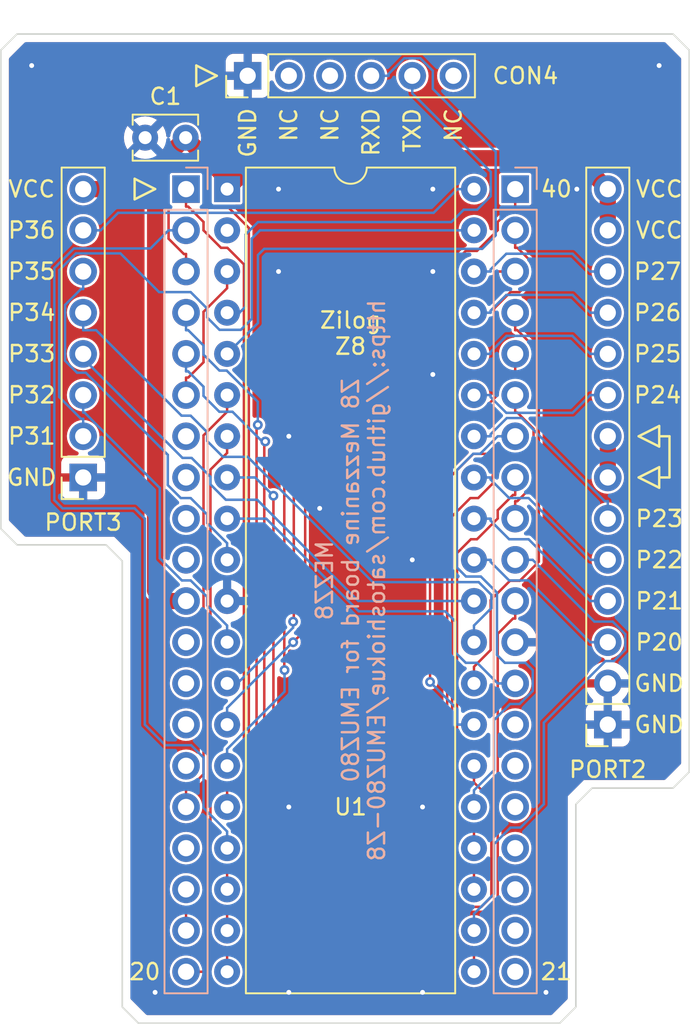
<source format=kicad_pcb>
(kicad_pcb (version 20211014) (generator pcbnew)
  (title_block (title "EMU68008") (date "2022-08-09") (rev "A"))
  (layers (0 "F.Cu" signal) (31 "B.Cu" signal) (34 "B.Paste" user) (35 "F.Paste" user) (36 "B.SilkS" user "B.Silkscreen") (37 "F.SilkS" user "F.Silkscreen") (38 "B.Mask" user) (39 "F.Mask" user) (44 "Edge.Cuts" user))
  (net 0 "")
  (net 1 "GND")
  (net 2 "VCC")
  (net 3 "A11")
  (net 4 "A12")
  (net 5 "A13")
  (net 6 "A14")
  (net 7 "A15")
  (net 9 "~{RESET}")
  (net 10 "R{slash}~{W}")
  (net 11 "~{DS}")
  (net 12 "~{AS}")
  (net 13 "Net-(IC1-Pad10)")
  (net 14 "Net-(IC1-Pad12)")
  (net 15 "Net-(IC1-Pad29)")
  (net 16 "A10")
  (net 17 "A9")
  (net 18 "A8")
  (net 19 "A7")
  (net 20 "A6")
  (net 21 "A5")
  (net 22 "A4")
  (net 23 "A3")
  (net 24 "A2")
  (net 25 "A1")
  (net 26 "A0")
  (net 27 "Net-(IC1-Pad30)")
  (net 31 "Net-(IC1-Pad31)")
  (net 32 "Net-(IC1-Pad32)")
  (net 33 "Net-(IC1-Pad33)")
  (net 34 "Net-(IC1-Pad34)")
  (net 35 "CLK")
  (net 40 "RXD")
  (net 41 "TXD")
  (net 43 "Net-(IC1-Pad35)")
  (net 44 "Net-(IC1-Pad36)")
  (net 45 "Net-(IC1-Pad37)")
  (net 46 "Net-(IC1-Pad38)")
  (net 47 "Net-(IC1-Pad39)")
  (net 48 "Net-(IC1-Pad40)")
  (net 61 "Net-(J4-Pad7)")
  (footprint "Connector_PinSocket_2.54mm:PinSocket_1x14_P2.54mm_Vertical" (layer "F.Cu") (at 137.47 131.585 180)
    (fp_text reference "PORT2")
    (fp_text value "Conn_01x14")
  )
  (footprint "Connector_PinHeader_2.54mm:PinHeader_1x06_P2.54mm_Vertical" (layer "F.Cu") (at 115.24 91.575 90)
    (fp_text reference "CON4")
    (fp_text value "Conn_01x06")
  )
  (footprint "Capacitor_THT:C_Disc_D3.8mm_W2.6mm_P2.50mm" (layer "F.Cu") (at 111.41 95.39 180)
    (fp_text reference "C1")
    (fp_text value "0.1uF")
  )
  (footprint "Package_DIP:DIP-40_W15.24mm" (layer "F.Cu") (at 113.97 98.565)
    (fp_text reference "U1")
    (fp_text value "Z86C91-40-DIP")
  )
  (footprint "Connector_PinSocket_2.54mm:PinSocket_1x08_P2.54mm_Vertical" (layer "F.Cu") (at 105.085 116.345 180)
    (fp_text reference "PORT3")
    (fp_text value "Conn_01x08")
  )
  (footprint "Connector_PinHeader_2.54mm:PinHeader_1x20_P2.54mm_Vertical" (layer "B.Cu") (at 111.435 98.565 180)
    (fp_text reference "J1" hide)
    (fp_text value "Conn_01x20")
  )
  (footprint "Connector_PinHeader_2.54mm:PinHeader_1x20_P2.54mm_Vertical" (layer "B.Cu") (at 131.755 98.565 180)
    (fp_text reference "J2" hide)
    (fp_text value "Conn_01x20")
  )
  (gr_line (start 139.375 113.805) (end 140.645 113.17) (layer "F.SilkS") (width 0.15))
  (gr_line (start 140.645 113.17) (end 140.645 114.44) (layer "F.SilkS") (width 0.15))
  (gr_line (start 140.645 114.44) (end 139.375 113.805) (layer "F.SilkS") (width 0.15))
  (gr_line (start 112.065 92.21) (end 113.335 91.575) (layer "F.SilkS") (width 0.15))
  (gr_line (start 140.645 113.805) (end 141.28 113.805) (layer "F.SilkS") (width 0.15))
  (gr_line (start 141.28 113.805) (end 141.28 116.345) (layer "F.SilkS") (width 0.15))
  (gr_line (start 108.26 99.195) (end 109.53 98.56) (layer "F.SilkS") (width 0.15))
  (gr_line (start 112.065 90.94) (end 112.065 92.21) (layer "F.SilkS") (width 0.15))
  (gr_line (start 108.26 97.925) (end 108.26 99.195) (layer "F.SilkS") (width 0.15))
  (gr_line (start 140.645 116.98) (end 139.375 116.345) (layer "F.SilkS") (width 0.15))
  (gr_line (start 140.645 115.71) (end 140.645 116.98) (layer "F.SilkS") (width 0.15))
  (gr_line (start 113.335 91.575) (end 112.065 90.94) (layer "F.SilkS") (width 0.15))
  (gr_line (start 139.375 116.345) (end 140.645 115.71) (layer "F.SilkS") (width 0.15))
  (gr_line (start 109.53 98.56) (end 108.26 97.925) (layer "F.SilkS") (width 0.15))
  (gr_line (start 141.28 116.345) (end 140.645 116.345) (layer "F.SilkS") (width 0.15))
  (gr_poly (pts (xy 142.5 90) (xy 142.5 134.5) (xy 141.5 135.5) (xy 136.5 135.5) (xy 135.5 136.5) (xy 135.5 149) (xy 134.5 150) (xy 108.5 150) (xy 107.5 149) (xy 107.5 121.5) (xy 106.5 120.5) (xy 101 120.5) (xy 100 119.5) (xy 100 90) (xy 101 89) (xy 141.5 89)) (layer "Edge.Cuts") (width 0.1) (fill none))
  (gr_text "MEZZ8\nZ8 Mezzanine board for EMUZ80\nhttps://github.com/satoshiokue/EMUZ80-Z8" (at 121.595 122.695 90) (layer "B.SilkS") (effects (font (size 1 1)) (justify mirror)))
  (gr_text "P24" (at 140.545 111.265) (layer "F.SilkS") (effects (font (size 1 1))))
  (gr_text "NC" (at 117.785 93.48 90) (layer "F.SilkS") (effects (font (size 1 1)) (justify right)))
  (gr_text "21" (at 134.29 146.825) (layer "F.SilkS") (effects (font (size 1 1))))
  (gr_text "VCC" (at 140.645 101.105) (layer "F.SilkS") (effects (font (size 1 1))))
  (gr_text "P27" (at 140.545 103.645) (layer "F.SilkS") (effects (font (size 1 1))))
  (gr_text "GND" (at 140.645 131.585) (layer "F.SilkS") (effects (font (size 1 1))))
  (gr_text "TXD" (at 125.4 93.48 90) (layer "F.SilkS") (effects (font (size 1 1)) (justify right)))
  (gr_text "NC" (at 120.325 93.48 90) (layer "F.SilkS") (effects (font (size 1 1)) (justify right)))
  (gr_text "20" (at 108.89 146.825) (layer "F.SilkS") (effects (font (size 1 1))))
  (gr_text "GND" (at 115.245 93.47 90) (layer "F.SilkS") (effects (font (size 1 1)) (justify right)))
  (gr_text "NC" (at 127.94 93.485 90) (layer "F.SilkS") (effects (font (size 1 1)) (justify right)))
  (gr_text "VCC" (at 140.645 98.565) (layer "F.SilkS") (effects (font (size 1 1))))
  (gr_text "40" (at 134.295 98.56) (layer "F.SilkS") (effects (font (size 1 1))))
  (gr_text "P26" (at 140.545 106.185) (layer "F.SilkS") (effects (font (size 1 1))))
  (gr_text "P31" (at 101.91 113.8) (layer "F.SilkS") (effects (font (size 1 1))))
  (gr_text "P23" (at 140.645 118.885) (layer "F.SilkS") (effects (font (size 1 1))))
  (gr_text "P33" (at 101.91 108.72) (layer "F.SilkS") (effects (font (size 1 1))))
  (gr_text "VCC" (at 101.91 98.565) (layer "F.SilkS") (effects (font (size 1 1))))
  (gr_text "P34" (at 101.91 106.18) (layer "F.SilkS") (effects (font (size 1 1))))
  (gr_text "Zilog\nZ8" (at 121.59 107.455) (layer "F.SilkS") (effects (font (size 1 1))))
  (gr_text "GND" (at 140.645 129.045) (layer "F.SilkS") (effects (font (size 1 1))))
  (gr_text "P22" (at 140.645 121.425) (layer "F.SilkS") (effects (font (size 1 1))))
  (gr_text "P36" (at 101.91 101.1) (layer "F.SilkS") (effects (font (size 1 1))))
  (gr_text "P35" (at 101.91 103.64) (layer "F.SilkS") (effects (font (size 1 1))))
  (gr_text "P25" (at 140.545 108.725) (layer "F.SilkS") (effects (font (size 1 1))))
  (gr_text "GND" (at 101.91 116.345) (layer "F.SilkS") (effects (font (size 1 1))))
  (gr_text "P32" (at 101.91 111.26) (layer "F.SilkS") (effects (font (size 1 1))))
  (gr_text "P20" (at 140.645 126.505) (layer "F.SilkS") (effects (font (size 1 1))))
  (gr_text "P21" (at 140.645 123.965) (layer "F.SilkS") (effects (font (size 1 1))))
  (gr_text "RXD" (at 122.86 93.48 90) (layer "F.SilkS") (effects (font (size 1 1)) (justify right)))
  (via (at 119.685 118.25) (size 0.605) (drill 0.3) (layers "F.Cu" "B.Cu") (net 1))
  (via (at 125.4 121.425) (size 0.605) (drill 0.3) (layers "F.Cu" "B.Cu") (net 1))
  (via (at 126.67 103.645) (size 0.605) (drill 0.3) (layers "F.Cu" "B.Cu") (net 1))
  (via (at 117.78 136.665) (size 0.605) (drill 0.3) (layers "F.Cu" "B.Cu") (net 1))
  (via (at 117.78 113.805) (size 0.605) (drill 0.3) (layers "F.Cu" "B.Cu") (net 1))
  (via (at 117.145 103.645) (size 0.605) (drill 0.3) (layers "F.Cu" "B.Cu") (net 1))
  (via (at 101.905 90.945) (size 0.605) (drill 0.3) (layers "F.Cu" "B.Cu") (net 1))
  (via (at 135.56 98.565) (size 0.605) (drill 0.3) (layers "F.Cu" "B.Cu") (net 1))
  (via (at 140.64 90.945) (size 0.605) (drill 0.3) (layers "F.Cu" "B.Cu") (net 1))
  (via (at 126.67 98.565) (size 0.605) (drill 0.3) (layers "F.Cu" "B.Cu") (net 1))
  (via (at 126.035 148.095) (size 0.605) (drill 0.3) (layers "F.Cu" "B.Cu") (net 1))
  (via (at 126.67 109.995) (size 0.605) (drill 0.3) (layers "F.Cu" "B.Cu") (net 1))
  (via (at 133.655 148.095) (size 0.605) (drill 0.3) (layers "F.Cu" "B.Cu") (net 1))
  (via (at 117.78 148.095) (size 0.605) (drill 0.3) (layers "F.Cu" "B.Cu") (net 1))
  (via (at 126.035 136.665) (size 0.605) (drill 0.3) (layers "F.Cu" "B.Cu") (net 1))
  (via (at 109.525 148.095) (size 0.605) (drill 0.3) (layers "F.Cu" "B.Cu") (net 1))
  (via (at 117.145 98.565) (size 0.605) (drill 0.3) (layers "F.Cu" "B.Cu") (net 1))
  (segment (start 109.525 98.565) (end 109.525 97.275) (width 1) (layer "F.Cu") (net 2))
  (segment (start 115.875 96.66) (end 135.565 96.66) (width 1) (layer "F.Cu") (net 2))
  (segment (start 111.435 123.965) (end 110.16 123.965) (width 1) (layer "F.Cu") (net 2))
  (segment (start 113.97 98.565) (end 113.97 97.95) (width 1) (layer "F.Cu") (net 2))
  (segment (start 137.47 98.565) (end 137.47 101.105) (width 1) (layer "F.Cu") (net 2))
  (segment (start 113.97 98.565) (end 115.875 96.66) (width 1) (layer "F.Cu") (net 2))
  (segment (start 113.97 97.95) (end 111.41 95.39) (width 1) (layer "F.Cu") (net 2))
  (segment (start 109.525 123.33) (end 109.525 98.565) (width 1) (layer "F.Cu") (net 2))
  (segment (start 109.525 97.275) (end 111.41 95.39) (width 1) (layer "F.Cu") (net 2))
  (segment (start 110.16 123.965) (end 109.525 123.33) (width 1) (layer "F.Cu") (net 2))
  (segment (start 135.565 96.66) (end 137.47 98.565) (width 1) (layer "F.Cu") (net 2))
  (segment (start 109.525 98.565) (end 105.085 98.565) (width 1) (layer "F.Cu") (net 2))
  (segment (start 115.0064 103.2032) (end 115.0064 134.5997) (width 0.1524) (layer "F.Cu") (net 3))
  (segment (start 113.9871 102.1839) (end 115.0064 103.2032) (width 0.1524) (layer "F.Cu") (net 3))
  (segment (start 113.5928 102.1839) (end 113.9871 102.1839) (width 0.1524) (layer "F.Cu") (net 3))
  (segment (start 111.435 98.565) (end 111.435 99.6439) (width 0.1524) (layer "F.Cu") (net 3))
  (segment (start 111.57 99.6439) (end 112.5139 100.5878) (width 0.1524) (layer "F.Cu") (net 3))
  (segment (start 111.435 99.6439) (end 111.57 99.6439) (width 0.1524) (layer "F.Cu") (net 3))
  (segment (start 115.0064 134.5997) (end 113.97 135.6361) (width 0.1524) (layer "F.Cu") (net 3))
  (segment (start 112.5139 101.105) (end 113.5928 102.1839) (width 0.1524) (layer "F.Cu") (net 3))
  (segment (start 112.5139 100.5878) (end 112.5139 101.105) (width 0.1524) (layer "F.Cu") (net 3))
  (segment (start 113.97 136.665) (end 113.97 135.6361) (width 0.1524) (layer "F.Cu") (net 3))
  (segment (start 110.16 132.855) (end 111.7496 132.855) (width 0.1524) (layer "B.Cu") (net 4))
  (segment (start 111.7496 132.855) (end 112.514 133.6194) (width 0.1524) (layer "B.Cu") (net 4))
  (segment (start 104.5148 102.2232) (end 103.3024 103.4356) (width 0.1524) (layer "B.Cu") (net 4))
  (segment (start 103.81 118.25) (end 108.255 118.25) (width 0.1524) (layer "B.Cu") (net 4))
  (segment (start 111.435 101.105) (end 110.3561 101.105) (width 0.1524) (layer "B.Cu") (net 4))
  (segment (start 109.2379 102.2232) (end 104.5148 102.2232) (width 0.1524) (layer "B.Cu") (net 4))
  (segment (start 113.97 138.1761) (end 113.97 139.205) (width 0.1524) (layer "B.Cu") (net 4))
  (segment (start 108.89 131.585) (end 110.16 132.855) (width 0.1524) (layer "B.Cu") (net 4))
  (segment (start 108.255 118.25) (end 108.89 118.885) (width 0.1524) (layer "B.Cu") (net 4))
  (segment (start 112.514 133.6194) (end 112.514 136.7201) (width 0.1524) (layer "B.Cu") (net 4))
  (segment (start 110.3561 101.105) (end 109.2379 102.2232) (width 0.1524) (layer "B.Cu") (net 4))
  (segment (start 103.3024 103.4356) (end 103.3024 117.7424) (width 0.1524) (layer "B.Cu") (net 4))
  (segment (start 108.89 118.885) (end 108.89 131.585) (width 0.1524) (layer "B.Cu") (net 4))
  (segment (start 112.514 136.7201) (end 113.97 138.1761) (width 0.1524) (layer "B.Cu") (net 4))
  (segment (start 103.3024 117.7424) (end 103.81 118.25) (width 0.1524) (layer "B.Cu") (net 4))
  (segment (start 114.0821 99.727) (end 115.3116 100.9565) (width 0.1524) (layer "F.Cu") (net 5))
  (segment (start 113.97 141.745) (end 113.97 140.7161) (width 0.1524) (layer "F.Cu") (net 5))
  (segment (start 113.1651 99.727) (end 114.0821 99.727) (width 0.1524) (layer "F.Cu") (net 5))
  (segment (start 112.755 97.766) (end 112.755 99.3169) (width 0.1524) (layer "F.Cu") (net 5))
  (segment (start 112.755 99.3169) (end 113.1651 99.727) (width 0.1524) (layer "F.Cu") (net 5))
  (segment (start 115.3116 139.3745) (end 113.97 140.7161) (width 0.1524) (layer "F.Cu") (net 5))
  (segment (start 111.3001 102.5661) (end 110.356 101.622) (width 0.1524) (layer "F.Cu") (net 5))
  (segment (start 115.3116 100.9565) (end 115.3116 139.3745) (width 0.1524) (layer "F.Cu") (net 5))
  (segment (start 111.435 102.5661) (end 111.3001 102.5661) (width 0.1524) (layer "F.Cu") (net 5))
  (segment (start 111.435 103.645) (end 111.435 102.5661) (width 0.1524) (layer "F.Cu") (net 5))
  (segment (start 110.356 101.622) (end 110.356 97.6113) (width 0.1524) (layer "F.Cu") (net 5))
  (segment (start 112.475 97.486) (end 112.755 97.766) (width 0.1524) (layer "F.Cu") (net 5))
  (segment (start 110.356 97.6113) (end 110.4813 97.486) (width 0.1524) (layer "F.Cu") (net 5))
  (segment (start 110.4813 97.486) (end 112.475 97.486) (width 0.1524) (layer "F.Cu") (net 5))
  (segment (start 115.8647 113.1036) (end 115.7882 113.1801) (width 0.1524) (layer "F.Cu") (net 6))
  (segment (start 113.97 144.285) (end 113.97 143.2561) (width 0.1524) (layer "F.Cu") (net 6))
  (segment (start 115.7882 113.1801) (end 115.7882 141.4379) (width 0.1524) (layer "F.Cu") (net 6))
  (segment (start 115.7882 141.4379) (end 113.97 143.2561) (width 0.1524) (layer "F.Cu") (net 6))
  (via (at 115.8647 113.1036) (size 0.605) (drill 0.3) (layers "F.Cu" "B.Cu") (net 6))
  (segment (start 115.8647 111.6744) (end 115.8647 113.1036) (width 0.1524) (layer "B.Cu") (net 6))
  (segment (start 112.5139 108.7694) (end 113.4985 109.754) (width 0.1524) (layer "B.Cu") (net 6))
  (segment (start 112.5139 108.2078) (end 112.5139 108.7694) (width 0.1524) (layer "B.Cu") (net 6))
  (segment (start 113.9443 109.754) (end 115.8647 111.6744) (width 0.1524) (layer "B.Cu") (net 6))
  (segment (start 111.435 106.185) (end 111.435 107.2639) (width 0.1524) (layer "B.Cu") (net 6))
  (segment (start 111.435 107.2639) (end 111.57 107.2639) (width 0.1524) (layer "B.Cu") (net 6))
  (segment (start 113.4985 109.754) (end 113.9443 109.754) (width 0.1524) (layer "B.Cu") (net 6))
  (segment (start 111.57 107.2639) (end 112.5139 108.2078) (width 0.1524) (layer "B.Cu") (net 6))
  (segment (start 116.2645 114.1884) (end 116.2645 143.5016) (width 0.1524) (layer "F.Cu") (net 7))
  (segment (start 113.97 146.825) (end 113.97 145.7961) (width 0.1524) (layer "F.Cu") (net 7))
  (segment (start 116.2645 143.5016) (end 113.97 145.7961) (width 0.1524) (layer "F.Cu") (net 7))
  (segment (start 116.3265 114.1264) (end 116.2645 114.1884) (width 0.1524) (layer "F.Cu") (net 7))
  (via (at 116.3265 114.1264) (size 0.605) (drill 0.3) (layers "F.Cu" "B.Cu") (net 7))
  (segment (start 111.435 108.725) (end 111.435 109.8039) (width 0.1524) (layer "B.Cu") (net 7))
  (segment (start 113.4909 112.294) (end 114.3036 112.294) (width 0.1524) (layer "B.Cu") (net 7))
  (segment (start 116.3265 114.1263) (end 116.3265 114.1264) (width 0.1524) (layer "B.Cu") (net 7))
  (segment (start 114.3036 112.294) (end 116.1359 114.1263) (width 0.1524) (layer "B.Cu") (net 7))
  (segment (start 116.1359 114.1263) (end 116.3265 114.1263) (width 0.1524) (layer "B.Cu") (net 7))
  (segment (start 111.435 109.8039) (end 111.57 109.8039) (width 0.1524) (layer "B.Cu") (net 7))
  (segment (start 112.5139 110.7478) (end 112.5139 111.317) (width 0.1524) (layer "B.Cu") (net 7))
  (segment (start 111.57 109.8039) (end 112.5139 110.7478) (width 0.1524) (layer "B.Cu") (net 7))
  (segment (start 112.5139 111.317) (end 113.4909 112.294) (width 0.1524) (layer "B.Cu") (net 7))
  (segment (start 113.97 111.265) (end 113.97 112.2939) (width 0.1524) (layer "F.Cu") (net 9))
  (segment (start 111.57 135.5861) (end 112.5139 134.6422) (width 0.1524) (layer "F.Cu") (net 9))
  (segment (start 111.435 135.5861) (end 111.57 135.5861) (width 0.1524) (layer "F.Cu") (net 9))
  (segment (start 112.5139 134.6422) (end 112.5139 113.75) (width 0.1524) (layer "F.Cu") (net 9))
  (segment (start 111.435 136.665) (end 111.435 135.5861) (width 0.1524) (layer "F.Cu") (net 9))
  (segment (start 112.5139 113.75) (end 113.97 112.2939) (width 0.1524) (layer "F.Cu") (net 9))
  (segment (start 112.9411 115.8628) (end 112.9411 141.8118) (width 0.1524) (layer "F.Cu") (net 10))
  (segment (start 111.435 144.285) (end 111.435 143.2061) (width 0.1524) (layer "F.Cu") (net 10))
  (segment (start 113.97 113.805) (end 113.97 114.8339) (width 0.1524) (layer "F.Cu") (net 10))
  (segment (start 111.5468 143.2061) (end 111.435 143.2061) (width 0.1524) (layer "F.Cu") (net 10))
  (segment (start 112.9411 141.8118) (end 111.5468 143.2061) (width 0.1524) (layer "F.Cu") (net 10))
  (segment (start 113.97 114.8339) (end 112.9411 115.8628) (width 0.1524) (layer "F.Cu") (net 10))
  (segment (start 113.5665 147.8776) (end 114.4478 147.8776) (width 0.1524) (layer "F.Cu") (net 11))
  (segment (start 114.4478 147.8776) (end 116.8296 145.4958) (width 0.1524) (layer "F.Cu") (net 11))
  (segment (start 111.435 146.825) (end 112.5139 146.825) (width 0.1524) (layer "F.Cu") (net 11))
  (segment (start 116.8296 145.4958) (end 116.8296 117.4719) (width 0.1524) (layer "F.Cu") (net 11))
  (segment (start 112.5139 146.825) (end 113.5665 147.8776) (width 0.1524) (layer "F.Cu") (net 11))
  (via (at 116.8296 117.4719) (size 0.605) (drill 0.3) (layers "F.Cu" "B.Cu") (net 11))
  (segment (start 115.7027 116.345) (end 114.9989 116.345) (width 0.1524) (layer "B.Cu") (net 11))
  (segment (start 116.8296 117.4719) (end 115.7027 116.345) (width 0.1524) (layer "B.Cu") (net 11))
  (segment (start 113.97 116.345) (end 114.9989 116.345) (width 0.1524) (layer "B.Cu") (net 11))
  (segment (start 128.702 127.775) (end 129.4061 127.775) (width 0.1524) (layer "B.Cu") (net 12))
  (segment (start 128.067 125.235) (end 128.067 127.14) (width 0.1524) (layer "B.Cu") (net 12))
  (segment (start 130.6761 129.045) (end 131.755 129.045) (width 0.1524) (layer "B.Cu") (net 12))
  (segment (start 122.098 124.6) (end 127.432 124.6) (width 0.1524) (layer "B.Cu") (net 12))
  (segment (start 127.432 124.6) (end 128.067 125.235) (width 0.1524) (layer "B.Cu") (net 12))
  (segment (start 116.383 118.885) (end 122.098 124.6) (width 0.1524) (layer "B.Cu") (net 12))
  (segment (start 113.97 118.885) (end 116.383 118.885) (width 0.1524) (layer "B.Cu") (net 12))
  (segment (start 129.4061 127.775) (end 130.6761 129.045) (width 0.1524) (layer "B.Cu") (net 12))
  (segment (start 128.067 127.14) (end 128.702 127.775) (width 0.1524) (layer "B.Cu") (net 12))
  (segment (start 112.7378 119.1639) (end 113.97 120.3961) (width 0.1524) (layer "B.Cu") (net 13))
  (segment (start 111.1094 117.615) (end 111.7207 117.615) (width 0.1524) (layer "B.Cu") (net 13))
  (segment (start 103.9646 109.1427) (end 104.7089 109.887) (width 0.1524) (layer "B.Cu") (net 13))
  (segment (start 111.7207 117.615) (end 112.7378 118.6321) (width 0.1524) (layer "B.Cu") (net 13))
  (segment (start 112.7378 118.6321) (end 112.7378 119.1639) (width 0.1524) (layer "B.Cu") (net 13))
  (segment (start 110.3082 114.9472) (end 110.3082 116.8138) (width 0.1524) (layer "B.Cu") (net 13))
  (segment (start 104.7089 109.887) (end 105.248 109.887) (width 0.1524) (layer "B.Cu") (net 13))
  (segment (start 105.085 104.7239) (end 104.9501 104.7239) (width 0.1524) (layer "B.Cu") (net 13))
  (segment (start 105.085 103.645) (end 105.085 104.7239) (width 0.1524) (layer "B.Cu") (net 13))
  (segment (start 105.248 109.887) (end 110.3082 114.9472) (width 0.1524) (layer "B.Cu") (net 13))
  (segment (start 113.97 121.425) (end 113.97 120.3961) (width 0.1524) (layer "B.Cu") (net 13))
  (segment (start 104.9501 104.7239) (end 103.9646 105.7094) (width 0.1524) (layer "B.Cu") (net 13))
  (segment (start 103.9646 105.7094) (end 103.9646 109.1427) (width 0.1524) (layer "B.Cu") (net 13))
  (segment (start 110.3082 116.8138) (end 111.1094 117.615) (width 0.1524) (layer "B.Cu") (net 13))
  (segment (start 109.812 116.9878) (end 109.812 121.3299) (width 0.1524) (layer "B.Cu") (net 14))
  (segment (start 105.085 112.3439) (end 105.1681 112.3439) (width 0.1524) (layer "B.Cu") (net 14))
  (segment (start 105.085 111.265) (end 105.085 112.3439) (width 0.1524) (layer "B.Cu") (net 14))
  (segment (start 105.1681 112.3439) (end 109.812 116.9878) (width 0.1524) (layer "B.Cu") (net 14))
  (segment (start 111.7207 122.695) (end 112.7378 123.7121) (width 0.1524) (layer "B.Cu") (net 14))
  (segment (start 111.1771 122.695) (end 111.7207 122.695) (width 0.1524) (layer "B.Cu") (net 14))
  (segment (start 112.7378 123.7121) (end 112.7378 124.2439) (width 0.1524) (layer "B.Cu") (net 14))
  (segment (start 112.7378 124.2439) (end 113.97 125.4761) (width 0.1524) (layer "B.Cu") (net 14))
  (segment (start 113.97 126.505) (end 113.97 125.4761) (width 0.1524) (layer "B.Cu") (net 14))
  (segment (start 109.812 121.3299) (end 111.1771 122.695) (width 0.1524) (layer "B.Cu") (net 14))
  (segment (start 113.7142 115.075) (end 112.7379 114.0987) (width 0.1524) (layer "B.Cu") (net 15))
  (segment (start 129.21 125.4761) (end 130.2792 124.4069) (width 0.1524) (layer "B.Cu") (net 15))
  (segment (start 122.9642 122.7992) (end 115.24 115.075) (width 0.1524) (layer "B.Cu") (net 15))
  (segment (start 129.21 126.505) (end 129.21 125.4761) (width 0.1524) (layer "B.Cu") (net 15))
  (segment (start 130.2792 124.4069) (end 130.2792 123.5775) (width 0.1524) (layer "B.Cu") (net 15))
  (segment (start 105.085 107.2639) (end 105.085 106.185) (width 0.1524) (layer "B.Cu") (net 15))
  (segment (start 111.1579 112.535) (end 105.8868 107.2639) (width 0.1524) (layer "B.Cu") (net 15))
  (segment (start 115.24 115.075) (end 113.7142 115.075) (width 0.1524) (layer "B.Cu") (net 15))
  (segment (start 130.2792 123.5775) (end 129.5009 122.7992) (width 0.1524) (layer "B.Cu") (net 15))
  (segment (start 111.7207 112.535) (end 111.1579 112.535) (width 0.1524) (layer "B.Cu") (net 15))
  (segment (start 105.8868 107.2639) (end 105.085 107.2639) (width 0.1524) (layer "B.Cu") (net 15))
  (segment (start 112.7379 113.5522) (end 111.7207 112.535) (width 0.1524) (layer "B.Cu") (net 15))
  (segment (start 129.5009 122.7992) (end 122.9642 122.7992) (width 0.1524) (layer "B.Cu") (net 15))
  (segment (start 112.7379 114.0987) (end 112.7379 113.5522) (width 0.1524) (layer "B.Cu") (net 15))
  (segment (start 117.5 128.2091) (end 117.5 115.736) (width 0.1524) (layer "F.Cu") (net 16))
  (segment (start 130.6761 101.0958) (end 130.6761 100.5878) (width 0.1524) (layer "F.Cu") (net 16))
  (segment (start 131.62 99.6439) (end 131.755 99.6439) (width 0.1524) (layer "F.Cu") (net 16))
  (segment (start 128.702 102.375) (end 129.3969 102.375) (width 0.1524) (layer "F.Cu") (net 16))
  (segment (start 130.6761 100.5878) (end 131.62 99.6439) (width 0.1524) (layer "F.Cu") (net 16))
  (segment (start 128.067 105.169) (end 128.067 103.01) (width 0.1524) (layer "F.Cu") (net 16))
  (segment (start 117.5156 128.2247) (end 117.5 128.2091) (width 0.1524) (layer "F.Cu") (net 16))
  (segment (start 128.067 103.01) (end 128.702 102.375) (width 0.1524) (layer "F.Cu") (net 16))
  (segment (start 131.755 99.6439) (end 131.755 98.565) (width 0.1524) (layer "F.Cu") (net 16))
  (segment (start 129.3969 102.375) (end 130.6761 101.0958) (width 0.1524) (layer "F.Cu") (net 16))
  (segment (start 117.5 115.736) (end 128.067 105.169) (width 0.1524) (layer "F.Cu") (net 16))
  (via (at 117.5156 128.2247) (size 0.605) (drill 0.3) (layers "F.Cu" "B.Cu") (net 16))
  (segment (start 113.97 134.125) (end 113.97 133.0961) (width 0.1524) (layer "B.Cu") (net 16))
  (segment (start 113.97 133.0961) (end 117.5156 129.5505) (width 0.1524) (layer "B.Cu") (net 16))
  (segment (start 117.5156 129.5505) (end 117.5156 128.2247) (width 0.1524) (layer "B.Cu") (net 16))
  (segment (start 131.755 102.1839) (end 131.755 101.105) (width 0.1524) (layer "F.Cu") (net 17))
  (segment (start 118.0462 126.505) (end 118.7898 125.7614) (width 0.1524) (layer "F.Cu") (net 17))
  (segment (start 118.7898 125.7614) (end 118.7898 115.8432) (width 0.1524) (layer "F.Cu") (net 17))
  (segment (start 131.8899 102.1839) (end 131.755 102.1839) (width 0.1524) (layer "F.Cu") (net 17))
  (segment (start 132.8735 104.0626) (end 132.8735 103.1675) (width 0.1524) (layer "F.Cu") (net 17))
  (segment (start 118.7898 115.8432) (end 127.178 107.455) (width 0.1524) (layer "F.Cu") (net 17))
  (segment (start 127.178 107.455) (end 129.4678 107.455) (width 0.1524) (layer "F.Cu") (net 17))
  (segment (start 130.4472 105.9309) (end 131.4631 104.915) (width 0.1524) (layer "F.Cu") (net 17))
  (segment (start 132.8735 103.1675) (end 131.8899 102.1839) (width 0.1524) (layer "F.Cu") (net 17))
  (segment (start 132.0211 104.915) (end 132.8735 104.0626) (width 0.1524) (layer "F.Cu") (net 17))
  (segment (start 130.4472 106.4756) (end 130.4472 105.9309) (width 0.1524) (layer "F.Cu") (net 17))
  (segment (start 131.4631 104.915) (end 132.0211 104.915) (width 0.1524) (layer "F.Cu") (net 17))
  (segment (start 129.4678 107.455) (end 130.4472 106.4756) (width 0.1524) (layer "F.Cu") (net 17))
  (via (at 118.0462 126.505) (size 0.605) (drill 0.3) (layers "F.Cu" "B.Cu") (net 17))
  (segment (start 118.0462 126.505) (end 118.0211 126.505) (width 0.1524) (layer "B.Cu") (net 17))
  (segment (start 118.0211 126.505) (end 113.97 130.5561) (width 0.1524) (layer "B.Cu") (net 17))
  (segment (start 113.97 130.5561) (end 113.97 131.585) (width 0.1524) (layer "B.Cu") (net 17))
  (segment (start 118.0866 125.1946) (end 118.0866 115.8413) (width 0.1524) (layer "F.Cu") (net 18))
  (segment (start 130.6761 103.645) (end 131.755 103.645) (width 0.1524) (layer "F.Cu") (net 18))
  (segment (start 118.0866 115.8413) (end 129.204 104.7239) (width 0.1524) (layer "F.Cu") (net 18))
  (segment (start 129.5972 104.7239) (end 130.6761 103.645) (width 0.1524) (layer "F.Cu") (net 18))
  (segment (start 118.0462 125.235) (end 118.0866 125.1946) (width 0.1524) (layer "F.Cu") (net 18))
  (segment (start 129.204 104.7239) (end 129.5972 104.7239) (width 0.1524) (layer "F.Cu") (net 18))
  (via (at 118.0462 125.235) (size 0.605) (drill 0.3) (layers "F.Cu" "B.Cu") (net 18))
  (segment (start 114.605 129.045) (end 113.97 129.045) (width 0.1524) (layer "B.Cu") (net 18))
  (segment (start 118.0462 125.6038) (end 114.605 129.045) (width 0.1524) (layer "B.Cu") (net 18))
  (segment (start 118.0462 125.235) (end 118.0462 125.6038) (width 0.1524) (layer "B.Cu") (net 18))
  (segment (start 132.0391 122.716) (end 131.4311 122.716) (width 0.1524) (layer "F.Cu") (net 19))
  (segment (start 130.2389 126.9872) (end 129.21 128.0161) (width 0.1524) (layer "F.Cu") (net 19))
  (segment (start 129.21 129.045) (end 129.21 128.0161) (width 0.1524) (layer "F.Cu") (net 19))
  (segment (start 131.755 107.2639) (end 131.8899 107.2639) (width 0.1524) (layer "F.Cu") (net 19))
  (segment (start 131.4311 122.716) (end 130.2389 123.9082) (width 0.1524) (layer "F.Cu") (net 19))
  (segment (start 130.2389 123.9082) (end 130.2389 126.9872) (width 0.1524) (layer "F.Cu") (net 19))
  (segment (start 131.8899 107.2639) (end 133.2156 108.5896) (width 0.1524) (layer "F.Cu") (net 19))
  (segment (start 131.755 106.185) (end 131.755 107.2639) (width 0.1524) (layer "F.Cu") (net 19))
  (segment (start 133.2156 108.5896) (end 133.2156 121.5395) (width 0.1524) (layer "F.Cu") (net 19))
  (segment (start 133.2156 121.5395) (end 132.0391 122.716) (width 0.1524) (layer "F.Cu") (net 19))
  (segment (start 130.6761 111.2558) (end 129.3969 112.535) (width 0.1524) (layer "F.Cu") (net 20))
  (segment (start 131.755 109.8039) (end 131.62 109.8039) (width 0.1524) (layer "F.Cu") (net 20))
  (segment (start 131.755 108.725) (end 131.755 109.8039) (width 0.1524) (layer "F.Cu") (net 20))
  (segment (start 126.4994 115.0524) (end 126.4994 128.9544) (width 0.1524) (layer "F.Cu") (net 20))
  (segment (start 131.62 109.8039) (end 130.6761 110.7478) (width 0.1524) (layer "F.Cu") (net 20))
  (segment (start 130.6761 110.7478) (end 130.6761 111.2558) (width 0.1524) (layer "F.Cu") (net 20))
  (segment (start 129.0168 112.535) (end 126.4994 115.0524) (width 0.1524) (layer "F.Cu") (net 20))
  (segment (start 129.3969 112.535) (end 129.0168 112.535) (width 0.1524) (layer "F.Cu") (net 20))
  (via (at 126.4994 128.9544) (size 0.605) (drill 0.3) (layers "F.Cu" "B.Cu") (net 20))
  (segment (start 129.21 131.585) (end 128.1811 131.585) (width 0.1524) (layer "B.Cu") (net 20))
  (segment (start 128.1811 130.6361) (end 128.1811 131.585) (width 0.1524) (layer "B.Cu") (net 20))
  (segment (start 126.4994 128.9544) (end 128.1811 130.6361) (width 0.1524) (layer "B.Cu") (net 20))
  (segment (start 132.2343 114.889) (end 129.1719 114.889) (width 0.1524) (layer "F.Cu") (net 21))
  (segment (start 131.8899 112.3439) (end 132.8891 113.3431) (width 0.1524) (layer "F.Cu") (net 21))
  (segment (start 131.755 111.265) (end 131.755 112.3439) (width 0.1524) (layer "F.Cu") (net 21))
  (segment (start 132.8891 114.2342) (end 132.2343 114.889) (width 0.1524) (layer "F.Cu") (net 21))
  (segment (start 129.1719 114.889) (end 127.5547 116.5062) (width 0.1524) (layer "F.Cu") (net 21))
  (segment (start 130.2823 136.2262) (end 129.21 135.1539) (width 0.1524) (layer "F.Cu") (net 21))
  (segment (start 127.5547 141.5614) (end 128.816 142.8227) (width 0.1524) (layer "F.Cu") (net 21))
  (segment (start 130.2823 142.2026) (end 130.2823 136.2262) (width 0.1524) (layer "F.Cu") (net 21))
  (segment (start 132.8891 113.3431) (end 132.8891 114.2342) (width 0.1524) (layer "F.Cu") (net 21))
  (segment (start 131.755 112.3439) (end 131.8899 112.3439) (width 0.1524) (layer "F.Cu") (net 21))
  (segment (start 127.5547 116.5062) (end 127.5547 141.5614) (width 0.1524) (layer "F.Cu") (net 21))
  (segment (start 129.6622 142.8227) (end 130.2823 142.2026) (width 0.1524) (layer "F.Cu") (net 21))
  (segment (start 129.21 134.125) (end 129.21 135.1539) (width 0.1524) (layer "F.Cu") (net 21))
  (segment (start 128.816 142.8227) (end 129.6622 142.8227) (width 0.1524) (layer "F.Cu") (net 21))
  (segment (start 131.4358 130.315) (end 130.4472 131.3036) (width 0.1524) (layer "B.Cu") (net 22))
  (segment (start 128.1555 121.8942) (end 128.7153 122.454) (width 0.1524) (layer "B.Cu") (net 22))
  (segment (start 128.7153 122.454) (end 129.6348 122.454) (width 0.1524) (layer "B.Cu") (net 22))
  (segment (start 131.755 113.805) (end 130.6761 113.805) (width 0.1524) (layer "B.Cu") (net 22))
  (segment (start 130.6302 127.2902) (end 131.115 127.775) (width 0.1524) (layer "B.Cu") (net 22))
  (segment (start 128.1555 115.8925) (end 128.1555 121.8942) (width 0.1524) (layer "B.Cu") (net 22))
  (segment (start 132.8407 129.5011) (end 132.0268 130.315) (width 0.1524) (layer "B.Cu") (net 22))
  (segment (start 130.6761 113.805) (end 129.5972 114.8839) (width 0.1524) (layer "B.Cu") (net 22))
  (segment (start 130.6302 123.4494) (end 130.6302 127.2902) (width 0.1524) (layer "B.Cu") (net 22))
  (segment (start 132.385 127.775) (end 132.8407 128.2307) (width 0.1524) (layer "B.Cu") (net 22))
  (segment (start 132.8407 128.2307) (end 132.8407 129.5011) (width 0.1524) (layer "B.Cu") (net 22))
  (segment (start 129.21 135.6361) (end 129.21 136.665) (width 0.1524) (layer "B.Cu") (net 22))
  (segment (start 129.6348 122.454) (end 130.6302 123.4494) (width 0.1524) (layer "B.Cu") (net 22))
  (segment (start 129.5972 114.8839) (end 129.1641 114.8839) (width 0.1524) (layer "B.Cu") (net 22))
  (segment (start 132.0268 130.315) (end 131.4358 130.315) (width 0.1524) (layer "B.Cu") (net 22))
  (segment (start 129.1641 114.8839) (end 128.1555 115.8925) (width 0.1524) (layer "B.Cu") (net 22))
  (segment (start 131.115 127.775) (end 132.385 127.775) (width 0.1524) (layer "B.Cu") (net 22))
  (segment (start 130.4472 131.3036) (end 130.4472 134.3989) (width 0.1524) (layer "B.Cu") (net 22))
  (segment (start 130.4472 134.3989) (end 129.21 135.6361) (width 0.1524) (layer "B.Cu") (net 22))
  (segment (start 131.755 116.345) (end 131.755 117.4239) (width 0.1524) (layer "F.Cu") (net 23))
  (segment (start 130.6761 118.3678) (end 130.6761 118.8758) (width 0.1524) (layer "F.Cu") (net 23))
  (segment (start 129.3969 120.155) (end 129.0168 120.155) (width 0.1524) (layer "F.Cu") (net 23))
  (segment (start 128.1651 121.0067) (end 128.1651 137.1312) (width 0.1524) (layer "F.Cu") (net 23))
  (segment (start 128.1651 137.1312) (end 129.21 138.1761) (width 0.1524) (layer "F.Cu") (net 23))
  (segment (start 129.21 139.205) (end 129.21 138.1761) (width 0.1524) (layer "F.Cu") (net 23))
  (segment (start 130.6761 118.8758) (end 129.3969 120.155) (width 0.1524) (layer "F.Cu") (net 23))
  (segment (start 129.0168 120.155) (end 128.1651 121.0067) (width 0.1524) (layer "F.Cu") (net 23))
  (segment (start 131.755 117.4239) (end 131.62 117.4239) (width 0.1524) (layer "F.Cu") (net 23))
  (segment (start 131.62 117.4239) (end 130.6761 118.3678) (width 0.1524) (layer "F.Cu") (net 23))
  (segment (start 129.21 141.745) (end 129.21 140.7161) (width 0.1524) (layer "F.Cu") (net 24))
  (segment (start 129.4698 117.615) (end 128.9864 117.615) (width 0.1524) (layer "F.Cu") (net 24))
  (segment (start 130.3709 116.7139) (end 129.4698 117.615) (width 0.1524) (layer "F.Cu") (net 24))
  (segment (start 130.3709 116.1998) (end 130.3709 116.7139) (width 0.1524) (layer "F.Cu") (net 24))
  (segment (start 127.8599 139.366) (end 129.21 140.7161) (width 0.1524) (layer "F.Cu") (net 24))
  (segment (start 132.87 115.9116) (end 132.1903 115.2319) (width 0.1524) (layer "F.Cu") (net 24))
  (segment (start 131.3388 115.2319) (end 130.3709 116.1998) (width 0.1524) (layer "F.Cu") (net 24))
  (segment (start 131.755 117.8061) (end 131.8899 117.8061) (width 0.1524) (layer "F.Cu") (net 24))
  (segment (start 127.8599 118.7415) (end 127.8599 139.366) (width 0.1524) (layer "F.Cu") (net 24))
  (segment (start 131.755 118.885) (end 131.755 117.8061) (width 0.1524) (layer "F.Cu") (net 24))
  (segment (start 132.87 116.826) (end 132.87 115.9116) (width 0.1524) (layer "F.Cu") (net 24))
  (segment (start 131.8899 117.8061) (end 132.87 116.826) (width 0.1524) (layer "F.Cu") (net 24))
  (segment (start 132.1903 115.2319) (end 131.3388 115.2319) (width 0.1524) (layer "F.Cu") (net 24))
  (segment (start 128.9864 117.615) (end 127.8599 118.7415) (width 0.1524) (layer "F.Cu") (net 24))
  (segment (start 137.8493 127.667) (end 137.322 127.667) (width 0.1524) (layer "B.Cu") (net 25))
  (segment (start 132.0771 137.935) (end 131.4641 137.935) (width 0.1524) (layer "B.Cu") (net 25))
  (segment (start 131.755 121.425) (end 132.8339 121.425) (width 0.1524) (layer "B.Cu") (net 25))
  (segment (start 132.8339 121.425) (end 136.6439 125.235) (width 0.1524) (layer "B.Cu") (net 25))
  (segment (start 133.5231 136.489) (end 132.0771 137.935) (width 0.1524) (layer "B.Cu") (net 25))
  (segment (start 130.4471 138.952) (end 130.4471 142.019) (width 0.1524) (layer "B.Cu") (net 25))
  (segment (start 136.6439 125.235) (end 137.7737 125.235) (width 0.1524) (layer "B.Cu") (net 25))
  (segment (start 137.322 127.667) (end 133.5231 131.4659) (width 0.1524) (layer "B.Cu") (net 25))
  (segment (start 138.549 126.9673) (end 137.8493 127.667) (width 0.1524) (layer "B.Cu") (net 25))
  (segment (start 138.549 126.0103) (end 138.549 126.9673) (width 0.1524) (layer "B.Cu") (net 25))
  (segment (start 129.21 144.285) (end 129.21 143.2561) (width 0.1524) (layer "B.Cu") (net 25))
  (segment (start 130.4471 142.019) (end 129.21 143.2561) (width 0.1524) (layer "B.Cu") (net 25))
  (segment (start 137.7737 125.235) (end 138.549 126.0103) (width 0.1524) (layer "B.Cu") (net 25))
  (segment (start 131.4641 137.935) (end 130.4471 138.952) (width 0.1524) (layer "B.Cu") (net 25))
  (segment (start 133.5231 131.4659) (end 133.5231 136.489) (width 0.1524) (layer "B.Cu") (net 25))
  (segment (start 131.755 125.0439) (end 131.62 125.0439) (width 0.1524) (layer "F.Cu") (net 26))
  (segment (start 129.21 146.825) (end 129.21 145.7961) (width 0.1524) (layer "F.Cu") (net 26))
  (segment (start 131.755 123.965) (end 131.755 125.0439) (width 0.1524) (layer "F.Cu") (net 26))
  (segment (start 130.6761 125.9878) (end 130.6761 144.33) (width 0.1524) (layer "F.Cu") (net 26))
  (segment (start 131.62 125.0439) (end 130.6761 125.9878) (width 0.1524) (layer "F.Cu") (net 26))
  (segment (start 130.6761 144.33) (end 129.21 145.7961) (width 0.1524) (layer "F.Cu") (net 26))
  (segment (start 115.8275 117.7202) (end 122.0723 123.965) (width 0.1524) (layer "B.Cu") (net 27))
  (segment (start 112.9411 116.302) (end 112.9411 116.7712) (width 0.1524) (layer "B.Cu") (net 27))
  (segment (start 113.8901 117.7202) (end 115.8275 117.7202) (width 0.1524) (layer "B.Cu") (net 27))
  (segment (start 111.2139 115.1388) (end 111.7779 115.1388) (width 0.1524) (layer "B.Cu") (net 27))
  (segment (start 122.0723 123.965) (end 129.21 123.965) (width 0.1524) (layer "B.Cu") (net 27))
  (segment (start 105.085 109.0099) (end 111.2139 115.1388) (width 0.1524) (layer "B.Cu") (net 27))
  (segment (start 111.7779 115.1388) (end 112.9411 116.302) (width 0.1524) (layer "B.Cu") (net 27))
  (segment (start 112.9411 116.7712) (end 113.8901 117.7202) (width 0.1524) (layer "B.Cu") (net 27))
  (segment (start 105.085 108.725) (end 105.085 109.0099) (width 0.1524) (layer "B.Cu") (net 27))
  (segment (start 132.5811 122.695) (end 136.3911 126.505) (width 0.1524) (layer "B.Cu") (net 31))
  (segment (start 130.2389 121.5536) (end 131.3803 122.695) (width 0.1524) (layer "B.Cu") (net 31))
  (segment (start 137.47 126.505) (end 136.3911 126.505) (width 0.1524) (layer "B.Cu") (net 31))
  (segment (start 130.2389 121.425) (end 130.2389 121.5536) (width 0.1524) (layer "B.Cu") (net 31))
  (segment (start 129.21 121.425) (end 130.2389 121.425) (width 0.1524) (layer "B.Cu") (net 31))
  (segment (start 131.3803 122.695) (end 132.5811 122.695) (width 0.1524) (layer "B.Cu") (net 31))
  (segment (start 130.2389 118.885) (end 130.2389 119.0136) (width 0.1524) (layer "B.Cu") (net 32))
  (segment (start 137.47 123.965) (end 136.3911 123.965) (width 0.1524) (layer "B.Cu") (net 32))
  (segment (start 131.3803 120.155) (end 132.5811 120.155) (width 0.1524) (layer "B.Cu") (net 32))
  (segment (start 129.21 118.885) (end 130.2389 118.885) (width 0.1524) (layer "B.Cu") (net 32))
  (segment (start 130.2389 119.0136) (end 131.3803 120.155) (width 0.1524) (layer "B.Cu") (net 32))
  (segment (start 132.5811 120.155) (end 136.3911 123.965) (width 0.1524) (layer "B.Cu") (net 32))
  (segment (start 130.2389 116.345) (end 130.2389 116.4736) (width 0.1524) (layer "B.Cu") (net 33))
  (segment (start 131.3803 117.615) (end 132.5811 117.615) (width 0.1524) (layer "B.Cu") (net 33))
  (segment (start 129.21 116.345) (end 130.2389 116.345) (width 0.1524) (layer "B.Cu") (net 33))
  (segment (start 130.2389 116.4736) (end 131.3803 117.615) (width 0.1524) (layer "B.Cu") (net 33))
  (segment (start 137.47 121.425) (end 136.3911 121.425) (width 0.1524) (layer "B.Cu") (net 33))
  (segment (start 132.5811 117.615) (end 136.3911 121.425) (width 0.1524) (layer "B.Cu") (net 33))
  (segment (start 129.21 113.805) (end 130.2389 113.805) (width 0.1524) (layer "B.Cu") (net 34))
  (segment (start 137.47 118.885) (end 137.47 117.8061) (width 0.1524) (layer "B.Cu") (net 34))
  (segment (start 132.1587 112.6814) (end 137.2834 117.8061) (width 0.1524) (layer "B.Cu") (net 34))
  (segment (start 130.2389 113.805) (end 130.2389 113.6764) (width 0.1524) (layer "B.Cu") (net 34))
  (segment (start 137.2834 117.8061) (end 137.47 117.8061) (width 0.1524) (layer "B.Cu") (net 34))
  (segment (start 131.2339 112.6814) (end 132.1587 112.6814) (width 0.1524) (layer "B.Cu") (net 34))
  (segment (start 130.2389 113.6764) (end 131.2339 112.6814) (width 0.1524) (layer "B.Cu") (net 34))
  (segment (start 113.97 103.645) (end 113.97 104.6739) (width 0.1524) (layer "F.Cu") (net 35))
  (segment (start 111.57 110.1861) (end 112.5139 109.2422) (width 0.1524) (layer "F.Cu") (net 35))
  (segment (start 112.5139 106.13) (end 113.97 104.6739) (width 0.1524) (layer "F.Cu") (net 35))
  (segment (start 112.5139 109.2422) (end 112.5139 106.13) (width 0.1524) (layer "F.Cu") (net 35))
  (segment (start 111.435 111.265) (end 111.435 110.1861) (width 0.1524) (layer "F.Cu") (net 35))
  (segment (start 111.435 110.1861) (end 111.57 110.1861) (width 0.1524) (layer "F.Cu") (net 35))
  (segment (start 115.875 102.629) (end 115.875 106.82) (width 0.1524) (layer "B.Cu") (net 40))
  (segment (start 122.86 91.575) (end 123.9389 91.575) (width 0.1524) (layer "B.Cu") (net 40))
  (segment (start 129.718 102.248) (end 116.256 102.248) (width 0.1524) (layer "B.Cu") (net 40))
  (segment (start 130.5501 101.4159) (end 129.718 102.248) (width 0.1524) (layer "B.Cu") (net 40))
  (segment (start 123.9389 91.575) (end 123.9389 91.4632) (width 0.1524) (layer "B.Cu") (net 40))
  (segment (start 115.875 106.82) (end 113.97 108.725) (width 0.1524) (layer "B.Cu") (net 40))
  (segment (start 130.5501 96.2628) (end 130.5501 101.4159) (width 0.1524) (layer "B.Cu") (net 40))
  (segment (start 123.9389 91.4632) (end 124.9069 90.4952) (width 0.1524) (layer "B.Cu") (net 40))
  (segment (start 116.256 102.248) (end 115.875 102.629) (width 0.1524) (layer "B.Cu") (net 40))
  (segment (start 126.67 91.2675) (end 126.67 92.3827) (width 0.1524) (layer "B.Cu") (net 40))
  (segment (start 126.67 92.3827) (end 130.5501 96.2628) (width 0.1524) (layer "B.Cu") (net 40))
  (segment (start 124.9069 90.4952) (end 125.8977 90.4952) (width 0.1524) (layer "B.Cu") (net 40))
  (segment (start 125.8977 90.4952) (end 126.67 91.2675) (width 0.1524) (layer "B.Cu") (net 40))
  (segment (start 130.245 98.999) (end 129.409 99.835) (width 0.1524) (layer "B.Cu") (net 41))
  (segment (start 114.732 106.185) (end 113.97 106.185) (width 0.1524) (layer "B.Cu") (net 41))
  (segment (start 129.409 99.835) (end 128.575 99.835) (width 0.1524) (layer "B.Cu") (net 41))
  (segment (start 130.245 97.4989) (end 130.245 98.999) (width 0.1524) (layer "B.Cu") (net 41))
  (segment (start 115.113 101.359) (end 115.113 105.804) (width 0.1524) (layer "B.Cu") (net 41))
  (segment (start 125.4 91.575) (end 125.4 92.6539) (width 0.1524) (layer "B.Cu") (net 41))
  (segment (start 115.875 100.597) (end 115.113 101.359) (width 0.1524) (layer "B.Cu") (net 41))
  (segment (start 128.575 99.835) (end 127.813 100.597) (width 0.1524) (layer "B.Cu") (net 41))
  (segment (start 125.4 92.6539) (end 130.245 97.4989) (width 0.1524) (layer "B.Cu") (net 41))
  (segment (start 115.113 105.804) (end 114.732 106.185) (width 0.1524) (layer "B.Cu") (net 41))
  (segment (start 127.813 100.597) (end 115.875 100.597) (width 0.1524) (layer "B.Cu") (net 41))
  (segment (start 131.2054 112.3601) (end 135.296 112.3601) (width 0.1524) (layer "B.Cu") (net 43))
  (segment (start 135.296 112.3601) (end 136.3911 111.265) (width 0.1524) (layer "B.Cu") (net 43))
  (segment (start 130.2389 111.265) (end 130.2389 111.3936) (width 0.1524) (layer "B.Cu") (net 43))
  (segment (start 130.2389 111.3936) (end 131.2054 112.3601) (width 0.1524) (layer "B.Cu") (net 43))
  (segment (start 129.21 111.265) (end 130.2389 111.265) (width 0.1524) (layer "B.Cu") (net 43))
  (segment (start 137.47 111.265) (end 136.3911 111.265) (width 0.1524) (layer "B.Cu") (net 43))
  (segment (start 135.2798 107.6137) (end 136.3911 108.725) (width 0.1524) (layer "B.Cu") (net 44))
  (segment (start 137.47 108.725) (end 136.3911 108.725) (width 0.1524) (layer "B.Cu") (net 44))
  (segment (start 130.2389 108.5964) (end 131.2216 107.6137) (width 0.1524) (layer "B.Cu") (net 44))
  (segment (start 131.2216 107.6137) (end 135.2798 107.6137) (width 0.1524) (layer "B.Cu") (net 44))
  (segment (start 130.2389 108.725) (end 130.2389 108.5964) (width 0.1524) (layer "B.Cu") (net 44))
  (segment (start 129.21 108.725) (end 130.2389 108.725) (width 0.1524) (layer "B.Cu") (net 44))
  (segment (start 135.2953 105.0892) (end 136.3911 106.185) (width 0.1524) (layer "B.Cu") (net 45))
  (segment (start 131.2061 105.0892) (end 135.2953 105.0892) (width 0.1524) (layer "B.Cu") (net 45))
  (segment (start 137.47 106.185) (end 136.3911 106.185) (width 0.1524) (layer "B.Cu") (net 45))
  (segment (start 129.21 106.185) (end 130.2389 106.185) (width 0.1524) (layer "B.Cu") (net 45))
  (segment (start 130.2389 106.0564) (end 131.2061 105.0892) (width 0.1524) (layer "B.Cu") (net 45))
  (segment (start 130.2389 106.185) (end 130.2389 106.0564) (width 0.1524) (layer "B.Cu") (net 45))
  (segment (start 130.2389 103.5164) (end 131.2061 102.5492) (width 0.1524) (layer "B.Cu") (net 46))
  (segment (start 137.47 103.645) (end 136.3911 103.645) (width 0.1524) (layer "B.Cu") (net 46))
  (segment (start 131.2061 102.5492) (end 135.2953 102.5492) (width 0.1524) (layer "B.Cu") (net 46))
  (segment (start 130.2389 103.645) (end 130.2389 103.5164) (width 0.1524) (layer "B.Cu") (net 46))
  (segment (start 135.2953 102.5492) (end 136.3911 103.645) (width 0.1524) (layer "B.Cu") (net 46))
  (segment (start 129.21 103.645) (end 130.2389 103.645) (width 0.1524) (layer "B.Cu") (net 46))
  (segment (start 129.21 101.105) (end 116.002 101.105) (width 0.1524) (layer "B.Cu") (net 47))
  (segment (start 111.7207 104.915) (end 112.7379 105.9322) (width 0.1524) (layer "B.Cu") (net 47))
  (segment (start 105.085 112.7261) (end 104.9501 112.7261) (width 0.1524) (layer "B.Cu") (net 47))
  (segment (start 112.7379 105.9322) (end 112.7379 106.4787) (width 0.1524) (layer "B.Cu") (net 47))
  (segment (start 107.3837 102.5284) (end 109.7703 104.915) (width 0.1524) (layer "B.Cu") (net 47))
  (segment (start 103.6076 111.3836) (end 103.6076 103.5621) (width 0.1524) (layer "B.Cu") (net 47))
  (segment (start 114.8191 107.2409) (end 115.494 106.566) (width 0.1524) (layer "B.Cu") (net 47))
  (segment (start 116.002 101.105) (end 115.494 101.613) (width 0.1524) (layer "B.Cu") (net 47))
  (segment (start 109.7703 104.915) (end 111.7207 104.915) (width 0.1524) (layer "B.Cu") (net 47))
  (segment (start 104.9501 112.7261) (end 103.6076 111.3836) (width 0.1524) (layer "B.Cu") (net 47))
  (segment (start 103.6076 103.5621) (end 104.6413 102.5284) (width 0.1524) (layer "B.Cu") (net 47))
  (segment (start 113.5001 107.2409) (end 114.8191 107.2409) (width 0.1524) (layer "B.Cu") (net 47))
  (segment (start 112.7379 106.4787) (end 113.5001 107.2409) (width 0.1524) (layer "B.Cu") (net 47))
  (segment (start 115.494 101.613) (end 115.494 106.566) (width 0.1524) (layer "B.Cu") (net 47))
  (segment (start 104.6413 102.5284) (end 107.3837 102.5284) (width 0.1524) (layer "B.Cu") (net 47))
  (segment (start 105.085 113.805) (end 105.085 112.7261) (width 0.1524) (layer "B.Cu") (net 47))
  (segment (start 126.72 100.0261) (end 128.1811 98.565) (width 0.1524) (layer "B.Cu") (net 48))
  (segment (start 107.2428 100.0261) (end 126.72 100.0261) (width 0.1524) (layer "B.Cu") (net 48))
  (segment (start 129.21 98.565) (end 128.1811 98.565) (width 0.1524) (layer "B.Cu") (net 48))
  (segment (start 106.1639 101.105) (end 107.2428 100.0261) (width 0.1524) (layer "B.Cu") (net 48))
  (segment (start 105.085 101.105) (end 106.1639 101.105) (width 0.1524) (layer "B.Cu") (net 48))
  (segment (start 137.47 113.805) (end 137.47 116.345) (width 1) (layer "F.Cu") (net 61))
  (zone (net 0) (net_name "") (layer "F.Cu") (connect_pads (clearance 0)) (min_thickness 0.254)
    (keepout (tracks allowed) (vias allowed) (pads allowed) (copperpour not_allowed) (footprints allowed))
    (fill (thermal_gap 0.508) (thermal_bridge_width 0.508))
    (polygon (pts (xy 115.24 126.505) (xy 112.7 126.505) (xy 112.7 122.06) (xy 115.24 122.06)))
  )
  (zone (net 1) (net_name "GND") (layer "F.Cu") (connect_pads (clearance 0)) (min_thickness 0.254) (fill yes (thermal_gap 0.508) (thermal_bridge_width 0.508))
    (polygon (pts (xy 129.21 106.82) (xy 118.415 116.98) (xy 115.24 115.71) (xy 115.24 96.66) (xy 129.21 96.66)))
  )
  (zone (net 1) (net_name "GND") (layers F&B.Cu) (connect_pads (clearance 0)) (min_thickness 0.254) (fill yes (thermal_gap 0.508) (thermal_bridge_width 0.508))
    (polygon (pts (xy 142 90.5) (xy 142 134) (xy 141 135) (xy 136 135) (xy 135 136) (xy 135 148.5) (xy 134 149.5) (xy 109 149.5) (xy 108 148.5) (xy 108 121) (xy 107 120) (xy 101.5 120) (xy 100.5 119) (xy 100.5 90.5) (xy 101.5 89.5) (xy 141 89.5)))
  )
  (zone (net 0) (net_name "") (layer "B.Cu") (connect_pads (clearance 0)) (min_thickness 0.254)
    (keepout (tracks allowed) (vias allowed) (pads allowed) (copperpour not_allowed) (footprints allowed))
    (fill (thermal_gap 0.508) (thermal_bridge_width 0.508))
    (polygon (pts (xy 116.51 114.44) (xy 116.51 115.075) (xy 113.97 115.075) (xy 114.605 113.17) (xy 115.24 113.17)))
  )
)
</source>
